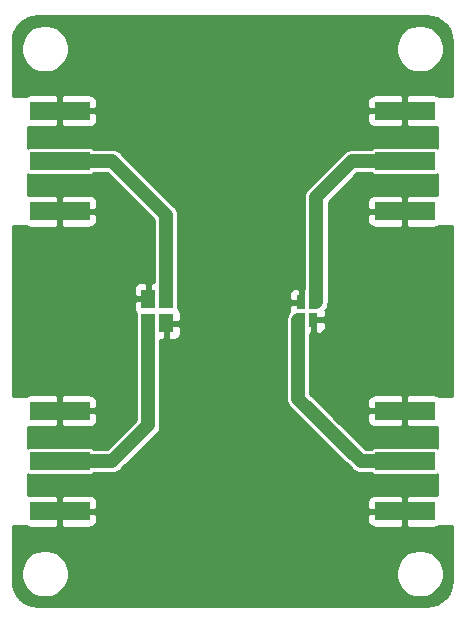
<source format=gbr>
G04 #@! TF.GenerationSoftware,KiCad,Pcbnew,(5.1.5)-3*
G04 #@! TF.CreationDate,2020-02-21T12:08:19+01:00*
G04 #@! TF.ProjectId,acmp_test_fixture,61636d70-5f74-4657-9374-5f6669787475,rev?*
G04 #@! TF.SameCoordinates,Original*
G04 #@! TF.FileFunction,Copper,L1,Top*
G04 #@! TF.FilePolarity,Positive*
%FSLAX46Y46*%
G04 Gerber Fmt 4.6, Leading zero omitted, Abs format (unit mm)*
G04 Created by KiCad (PCBNEW (5.1.5)-3) date 2020-02-21 12:08:19*
%MOMM*%
%LPD*%
G04 APERTURE LIST*
%ADD10R,5.080000X1.500000*%
%ADD11R,1.200000X1.600000*%
%ADD12R,0.800000X1.200000*%
%ADD13C,1.200000*%
%ADD14C,0.254000*%
G04 APERTURE END LIST*
D10*
X4445000Y38100000D03*
X4445000Y33850000D03*
X4445000Y42350000D03*
X33655000Y38100000D03*
X33655000Y42350000D03*
X33655000Y33850000D03*
X33655000Y12700000D03*
X33655000Y16950000D03*
X33655000Y8450000D03*
X4445000Y12700000D03*
X4445000Y8450000D03*
X4445000Y16950000D03*
D11*
X13450000Y24350000D03*
X11950000Y24350000D03*
X11950000Y26450000D03*
X13450000Y26450000D03*
D12*
X25925000Y24675000D03*
X24875000Y24675000D03*
X24875000Y26125000D03*
X25925000Y26125000D03*
D13*
X4445000Y38100000D02*
X8890000Y38100000D01*
X13450000Y33540000D02*
X13450000Y26450000D01*
X8890000Y38100000D02*
X13450000Y33540000D01*
X4445000Y12700000D02*
X8890000Y12700000D01*
X11950000Y15760000D02*
X11950000Y24350000D01*
X8890000Y12700000D02*
X11950000Y15760000D01*
X33655000Y12700000D02*
X29915000Y12700000D01*
X24624999Y17990001D02*
X24624999Y24624999D01*
X29915000Y12700000D02*
X24624999Y17990001D01*
X33655000Y38100000D02*
X29210000Y38100000D01*
X26175001Y35065001D02*
X26175001Y26175001D01*
X29210000Y38100000D02*
X26175001Y35065001D01*
D14*
G36*
X35965143Y50306108D02*
G01*
X36354853Y50188447D01*
X36714282Y49997335D01*
X37029750Y49740045D01*
X37289233Y49426384D01*
X37482851Y49068295D01*
X37603230Y48679413D01*
X37648000Y48253453D01*
X37648001Y43632000D01*
X36852205Y43632000D01*
X36830000Y43634187D01*
X36807795Y43632000D01*
X36741393Y43625460D01*
X36656190Y43599614D01*
X36614395Y43577274D01*
X36549494Y43630537D01*
X36439180Y43689502D01*
X36319482Y43725812D01*
X36195000Y43738072D01*
X33940750Y43735000D01*
X33782000Y43576250D01*
X33782000Y42477000D01*
X33802000Y42477000D01*
X33802000Y42223000D01*
X33782000Y42223000D01*
X33782000Y41123750D01*
X33940750Y40965000D01*
X36195000Y40961928D01*
X36319482Y40974188D01*
X36378000Y40991939D01*
X36378000Y39236354D01*
X36359196Y39246405D01*
X36278707Y39270822D01*
X36195000Y39279066D01*
X31115000Y39279066D01*
X31031293Y39270822D01*
X30950804Y39246405D01*
X30876624Y39206755D01*
X30811605Y39153395D01*
X30789943Y39127000D01*
X29260443Y39127000D01*
X29210000Y39131968D01*
X29159556Y39127000D01*
X29159549Y39127000D01*
X29026831Y39113928D01*
X29008672Y39112140D01*
X28949947Y39094326D01*
X28815083Y39053415D01*
X28636669Y38958051D01*
X28636667Y38958050D01*
X28636668Y38958050D01*
X28519475Y38861873D01*
X28519470Y38861868D01*
X28480288Y38829712D01*
X28448132Y38790530D01*
X25484482Y35826878D01*
X25445289Y35794713D01*
X25316950Y35638332D01*
X25221586Y35459917D01*
X25162861Y35266327D01*
X25148001Y35115451D01*
X25148001Y35115442D01*
X25143033Y35065001D01*
X25148001Y35014560D01*
X25148002Y27347252D01*
X25002000Y27201250D01*
X25002000Y26252000D01*
X25022000Y26252000D01*
X25022000Y25998000D01*
X25002000Y25998000D01*
X25002000Y25978000D01*
X24748000Y25978000D01*
X24748000Y25998000D01*
X23998750Y25998000D01*
X23840000Y25839250D01*
X23836928Y25525000D01*
X23849188Y25400518D01*
X23871775Y25326060D01*
X23766949Y25198330D01*
X23671585Y25019916D01*
X23612860Y24826326D01*
X23598000Y24675450D01*
X23597999Y18040442D01*
X23593031Y17990001D01*
X23597999Y17939560D01*
X23597999Y17939551D01*
X23612859Y17788675D01*
X23671584Y17595085D01*
X23766948Y17416670D01*
X23895287Y17260289D01*
X23934480Y17228124D01*
X29153128Y12009475D01*
X29185288Y11970288D01*
X29341669Y11841949D01*
X29520083Y11746585D01*
X29713673Y11687860D01*
X29864549Y11673000D01*
X29864558Y11673000D01*
X29914999Y11668032D01*
X29965440Y11673000D01*
X30789943Y11673000D01*
X30811605Y11646605D01*
X30876624Y11593245D01*
X30950804Y11553595D01*
X31031293Y11529178D01*
X31115000Y11520934D01*
X36195000Y11520934D01*
X36278707Y11529178D01*
X36359196Y11553595D01*
X36378001Y11563646D01*
X36378001Y9808061D01*
X36319482Y9825812D01*
X36195000Y9838072D01*
X33940750Y9835000D01*
X33782000Y9676250D01*
X33782000Y8577000D01*
X33802000Y8577000D01*
X33802000Y8323000D01*
X33782000Y8323000D01*
X33782000Y7223750D01*
X33940750Y7065000D01*
X36195000Y7061928D01*
X36319482Y7074188D01*
X36439180Y7110498D01*
X36549494Y7169463D01*
X36614395Y7222726D01*
X36656190Y7200386D01*
X36741393Y7174540D01*
X36807795Y7168000D01*
X36830000Y7165813D01*
X36852205Y7168000D01*
X37648000Y7168000D01*
X37648001Y2562119D01*
X37606107Y2134857D01*
X37488450Y1745155D01*
X37297336Y1385721D01*
X37040045Y1070250D01*
X36726384Y810767D01*
X36368295Y617149D01*
X35979414Y496770D01*
X35553453Y452000D01*
X2562109Y452000D01*
X2134857Y493893D01*
X1745155Y611550D01*
X1385721Y802664D01*
X1070250Y1059955D01*
X810767Y1373616D01*
X617149Y1731705D01*
X496770Y2120586D01*
X452000Y2546547D01*
X452000Y3374642D01*
X1148000Y3374642D01*
X1148000Y2975358D01*
X1225896Y2583746D01*
X1378696Y2214855D01*
X1600526Y1882863D01*
X1882863Y1600526D01*
X2214855Y1378696D01*
X2583746Y1225896D01*
X2975358Y1148000D01*
X3374642Y1148000D01*
X3766254Y1225896D01*
X4135145Y1378696D01*
X4467137Y1600526D01*
X4749474Y1882863D01*
X4971304Y2214855D01*
X5124104Y2583746D01*
X5202000Y2975358D01*
X5202000Y3374642D01*
X32898000Y3374642D01*
X32898000Y2975358D01*
X32975896Y2583746D01*
X33128696Y2214855D01*
X33350526Y1882863D01*
X33632863Y1600526D01*
X33964855Y1378696D01*
X34333746Y1225896D01*
X34725358Y1148000D01*
X35124642Y1148000D01*
X35516254Y1225896D01*
X35885145Y1378696D01*
X36217137Y1600526D01*
X36499474Y1882863D01*
X36721304Y2214855D01*
X36874104Y2583746D01*
X36952000Y2975358D01*
X36952000Y3374642D01*
X36874104Y3766254D01*
X36721304Y4135145D01*
X36499474Y4467137D01*
X36217137Y4749474D01*
X35885145Y4971304D01*
X35516254Y5124104D01*
X35124642Y5202000D01*
X34725358Y5202000D01*
X34333746Y5124104D01*
X33964855Y4971304D01*
X33632863Y4749474D01*
X33350526Y4467137D01*
X33128696Y4135145D01*
X32975896Y3766254D01*
X32898000Y3374642D01*
X5202000Y3374642D01*
X5124104Y3766254D01*
X4971304Y4135145D01*
X4749474Y4467137D01*
X4467137Y4749474D01*
X4135145Y4971304D01*
X3766254Y5124104D01*
X3374642Y5202000D01*
X2975358Y5202000D01*
X2583746Y5124104D01*
X2214855Y4971304D01*
X1882863Y4749474D01*
X1600526Y4467137D01*
X1378696Y4135145D01*
X1225896Y3766254D01*
X1148000Y3374642D01*
X452000Y3374642D01*
X452000Y7168000D01*
X1247795Y7168000D01*
X1270000Y7165813D01*
X1292205Y7168000D01*
X1358607Y7174540D01*
X1443810Y7200386D01*
X1485605Y7222726D01*
X1550506Y7169463D01*
X1660820Y7110498D01*
X1780518Y7074188D01*
X1905000Y7061928D01*
X4159250Y7065000D01*
X4318000Y7223750D01*
X4318000Y8323000D01*
X4572000Y8323000D01*
X4572000Y7223750D01*
X4730750Y7065000D01*
X6985000Y7061928D01*
X7109482Y7074188D01*
X7229180Y7110498D01*
X7339494Y7169463D01*
X7436185Y7248815D01*
X7515537Y7345506D01*
X7574502Y7455820D01*
X7610812Y7575518D01*
X7623072Y7700000D01*
X30476928Y7700000D01*
X30489188Y7575518D01*
X30525498Y7455820D01*
X30584463Y7345506D01*
X30663815Y7248815D01*
X30760506Y7169463D01*
X30870820Y7110498D01*
X30990518Y7074188D01*
X31115000Y7061928D01*
X33369250Y7065000D01*
X33528000Y7223750D01*
X33528000Y8323000D01*
X30638750Y8323000D01*
X30480000Y8164250D01*
X30476928Y7700000D01*
X7623072Y7700000D01*
X7620000Y8164250D01*
X7461250Y8323000D01*
X4572000Y8323000D01*
X4318000Y8323000D01*
X4298000Y8323000D01*
X4298000Y8577000D01*
X4318000Y8577000D01*
X4318000Y9676250D01*
X4572000Y9676250D01*
X4572000Y8577000D01*
X7461250Y8577000D01*
X7620000Y8735750D01*
X7623072Y9200000D01*
X30476928Y9200000D01*
X30480000Y8735750D01*
X30638750Y8577000D01*
X33528000Y8577000D01*
X33528000Y9676250D01*
X33369250Y9835000D01*
X31115000Y9838072D01*
X30990518Y9825812D01*
X30870820Y9789502D01*
X30760506Y9730537D01*
X30663815Y9651185D01*
X30584463Y9554494D01*
X30525498Y9444180D01*
X30489188Y9324482D01*
X30476928Y9200000D01*
X7623072Y9200000D01*
X7610812Y9324482D01*
X7574502Y9444180D01*
X7515537Y9554494D01*
X7436185Y9651185D01*
X7339494Y9730537D01*
X7229180Y9789502D01*
X7109482Y9825812D01*
X6985000Y9838072D01*
X4730750Y9835000D01*
X4572000Y9676250D01*
X4318000Y9676250D01*
X4159250Y9835000D01*
X1905000Y9838072D01*
X1780518Y9825812D01*
X1722000Y9808061D01*
X1722000Y11563646D01*
X1740804Y11553595D01*
X1821293Y11529178D01*
X1905000Y11520934D01*
X6985000Y11520934D01*
X7068707Y11529178D01*
X7149196Y11553595D01*
X7223376Y11593245D01*
X7288395Y11646605D01*
X7310057Y11673000D01*
X8839559Y11673000D01*
X8890000Y11668032D01*
X8940441Y11673000D01*
X8940451Y11673000D01*
X9091327Y11687860D01*
X9284917Y11746585D01*
X9463331Y11841949D01*
X9619712Y11970288D01*
X9651877Y12009481D01*
X12640530Y14998132D01*
X12679712Y15030288D01*
X12711868Y15069470D01*
X12711873Y15069475D01*
X12808051Y15186668D01*
X12903415Y15365082D01*
X12962140Y15558672D01*
X12967244Y15610498D01*
X12977000Y15709549D01*
X12977000Y15709556D01*
X12981968Y15760000D01*
X12977000Y15810443D01*
X12977000Y22913170D01*
X13164250Y22915000D01*
X13323000Y23073750D01*
X13323000Y24223000D01*
X13577000Y24223000D01*
X13577000Y23073750D01*
X13735750Y22915000D01*
X14050000Y22911928D01*
X14174482Y22924188D01*
X14294180Y22960498D01*
X14404494Y23019463D01*
X14501185Y23098815D01*
X14580537Y23195506D01*
X14639502Y23305820D01*
X14675812Y23425518D01*
X14688072Y23550000D01*
X14685000Y24064250D01*
X14526250Y24223000D01*
X13577000Y24223000D01*
X13323000Y24223000D01*
X13303000Y24223000D01*
X13303000Y24477000D01*
X13323000Y24477000D01*
X13323000Y24497000D01*
X13577000Y24497000D01*
X13577000Y24477000D01*
X14526250Y24477000D01*
X14685000Y24635750D01*
X14688072Y25150000D01*
X14675812Y25274482D01*
X14639502Y25394180D01*
X14580537Y25504494D01*
X14501185Y25601185D01*
X14476272Y25621631D01*
X14479066Y25650000D01*
X14479066Y26725000D01*
X23836928Y26725000D01*
X23840000Y26410750D01*
X23998750Y26252000D01*
X24748000Y26252000D01*
X24748000Y27201250D01*
X24589250Y27360000D01*
X24475000Y27363072D01*
X24350518Y27350812D01*
X24230820Y27314502D01*
X24120506Y27255537D01*
X24023815Y27176185D01*
X23944463Y27079494D01*
X23885498Y26969180D01*
X23849188Y26849482D01*
X23836928Y26725000D01*
X14479066Y26725000D01*
X14479066Y27250000D01*
X14477000Y27270978D01*
X14477000Y33489557D01*
X14481968Y33540000D01*
X14477000Y33590444D01*
X14477000Y33590451D01*
X14462140Y33741327D01*
X14403415Y33934917D01*
X14308051Y34113331D01*
X14289652Y34135750D01*
X14211873Y34230525D01*
X14211868Y34230530D01*
X14179712Y34269712D01*
X14140530Y34301868D01*
X9651877Y38790519D01*
X9619712Y38829712D01*
X9463331Y38958051D01*
X9284917Y39053415D01*
X9091327Y39112140D01*
X8940451Y39127000D01*
X8940441Y39127000D01*
X8890000Y39131968D01*
X8839559Y39127000D01*
X7310057Y39127000D01*
X7288395Y39153395D01*
X7223376Y39206755D01*
X7149196Y39246405D01*
X7068707Y39270822D01*
X6985000Y39279066D01*
X1905000Y39279066D01*
X1821293Y39270822D01*
X1740804Y39246405D01*
X1722000Y39236354D01*
X1722000Y40991939D01*
X1780518Y40974188D01*
X1905000Y40961928D01*
X4159250Y40965000D01*
X4318000Y41123750D01*
X4318000Y42223000D01*
X4572000Y42223000D01*
X4572000Y41123750D01*
X4730750Y40965000D01*
X6985000Y40961928D01*
X7109482Y40974188D01*
X7229180Y41010498D01*
X7339494Y41069463D01*
X7436185Y41148815D01*
X7515537Y41245506D01*
X7574502Y41355820D01*
X7610812Y41475518D01*
X7623072Y41600000D01*
X30476928Y41600000D01*
X30489188Y41475518D01*
X30525498Y41355820D01*
X30584463Y41245506D01*
X30663815Y41148815D01*
X30760506Y41069463D01*
X30870820Y41010498D01*
X30990518Y40974188D01*
X31115000Y40961928D01*
X33369250Y40965000D01*
X33528000Y41123750D01*
X33528000Y42223000D01*
X30638750Y42223000D01*
X30480000Y42064250D01*
X30476928Y41600000D01*
X7623072Y41600000D01*
X7620000Y42064250D01*
X7461250Y42223000D01*
X4572000Y42223000D01*
X4318000Y42223000D01*
X4298000Y42223000D01*
X4298000Y42477000D01*
X4318000Y42477000D01*
X4318000Y43576250D01*
X4572000Y43576250D01*
X4572000Y42477000D01*
X7461250Y42477000D01*
X7620000Y42635750D01*
X7623072Y43100000D01*
X30476928Y43100000D01*
X30480000Y42635750D01*
X30638750Y42477000D01*
X33528000Y42477000D01*
X33528000Y43576250D01*
X33369250Y43735000D01*
X31115000Y43738072D01*
X30990518Y43725812D01*
X30870820Y43689502D01*
X30760506Y43630537D01*
X30663815Y43551185D01*
X30584463Y43454494D01*
X30525498Y43344180D01*
X30489188Y43224482D01*
X30476928Y43100000D01*
X7623072Y43100000D01*
X7610812Y43224482D01*
X7574502Y43344180D01*
X7515537Y43454494D01*
X7436185Y43551185D01*
X7339494Y43630537D01*
X7229180Y43689502D01*
X7109482Y43725812D01*
X6985000Y43738072D01*
X4730750Y43735000D01*
X4572000Y43576250D01*
X4318000Y43576250D01*
X4159250Y43735000D01*
X1905000Y43738072D01*
X1780518Y43725812D01*
X1660820Y43689502D01*
X1550506Y43630537D01*
X1485605Y43577274D01*
X1443810Y43599614D01*
X1358607Y43625460D01*
X1292205Y43632000D01*
X1270000Y43634187D01*
X1247795Y43632000D01*
X452000Y43632000D01*
X452000Y47824642D01*
X1148000Y47824642D01*
X1148000Y47425358D01*
X1225896Y47033746D01*
X1378696Y46664855D01*
X1600526Y46332863D01*
X1882863Y46050526D01*
X2214855Y45828696D01*
X2583746Y45675896D01*
X2975358Y45598000D01*
X3374642Y45598000D01*
X3766254Y45675896D01*
X4135145Y45828696D01*
X4467137Y46050526D01*
X4749474Y46332863D01*
X4971304Y46664855D01*
X5124104Y47033746D01*
X5202000Y47425358D01*
X5202000Y47824642D01*
X32898000Y47824642D01*
X32898000Y47425358D01*
X32975896Y47033746D01*
X33128696Y46664855D01*
X33350526Y46332863D01*
X33632863Y46050526D01*
X33964855Y45828696D01*
X34333746Y45675896D01*
X34725358Y45598000D01*
X35124642Y45598000D01*
X35516254Y45675896D01*
X35885145Y45828696D01*
X36217137Y46050526D01*
X36499474Y46332863D01*
X36721304Y46664855D01*
X36874104Y47033746D01*
X36952000Y47425358D01*
X36952000Y47824642D01*
X36874104Y48216254D01*
X36721304Y48585145D01*
X36499474Y48917137D01*
X36217137Y49199474D01*
X35885145Y49421304D01*
X35516254Y49574104D01*
X35124642Y49652000D01*
X34725358Y49652000D01*
X34333746Y49574104D01*
X33964855Y49421304D01*
X33632863Y49199474D01*
X33350526Y48917137D01*
X33128696Y48585145D01*
X32975896Y48216254D01*
X32898000Y47824642D01*
X5202000Y47824642D01*
X5124104Y48216254D01*
X4971304Y48585145D01*
X4749474Y48917137D01*
X4467137Y49199474D01*
X4135145Y49421304D01*
X3766254Y49574104D01*
X3374642Y49652000D01*
X2975358Y49652000D01*
X2583746Y49574104D01*
X2214855Y49421304D01*
X1882863Y49199474D01*
X1600526Y48917137D01*
X1378696Y48585145D01*
X1225896Y48216254D01*
X1148000Y47824642D01*
X452000Y47824642D01*
X452000Y48237891D01*
X493892Y48665143D01*
X611553Y49054853D01*
X802665Y49414282D01*
X1059955Y49729750D01*
X1373616Y49989233D01*
X1731705Y50182851D01*
X2120587Y50303230D01*
X2546547Y50348000D01*
X35537891Y50348000D01*
X35965143Y50306108D01*
G37*
X35965143Y50306108D02*
X36354853Y50188447D01*
X36714282Y49997335D01*
X37029750Y49740045D01*
X37289233Y49426384D01*
X37482851Y49068295D01*
X37603230Y48679413D01*
X37648000Y48253453D01*
X37648001Y43632000D01*
X36852205Y43632000D01*
X36830000Y43634187D01*
X36807795Y43632000D01*
X36741393Y43625460D01*
X36656190Y43599614D01*
X36614395Y43577274D01*
X36549494Y43630537D01*
X36439180Y43689502D01*
X36319482Y43725812D01*
X36195000Y43738072D01*
X33940750Y43735000D01*
X33782000Y43576250D01*
X33782000Y42477000D01*
X33802000Y42477000D01*
X33802000Y42223000D01*
X33782000Y42223000D01*
X33782000Y41123750D01*
X33940750Y40965000D01*
X36195000Y40961928D01*
X36319482Y40974188D01*
X36378000Y40991939D01*
X36378000Y39236354D01*
X36359196Y39246405D01*
X36278707Y39270822D01*
X36195000Y39279066D01*
X31115000Y39279066D01*
X31031293Y39270822D01*
X30950804Y39246405D01*
X30876624Y39206755D01*
X30811605Y39153395D01*
X30789943Y39127000D01*
X29260443Y39127000D01*
X29210000Y39131968D01*
X29159556Y39127000D01*
X29159549Y39127000D01*
X29026831Y39113928D01*
X29008672Y39112140D01*
X28949947Y39094326D01*
X28815083Y39053415D01*
X28636669Y38958051D01*
X28636667Y38958050D01*
X28636668Y38958050D01*
X28519475Y38861873D01*
X28519470Y38861868D01*
X28480288Y38829712D01*
X28448132Y38790530D01*
X25484482Y35826878D01*
X25445289Y35794713D01*
X25316950Y35638332D01*
X25221586Y35459917D01*
X25162861Y35266327D01*
X25148001Y35115451D01*
X25148001Y35115442D01*
X25143033Y35065001D01*
X25148001Y35014560D01*
X25148002Y27347252D01*
X25002000Y27201250D01*
X25002000Y26252000D01*
X25022000Y26252000D01*
X25022000Y25998000D01*
X25002000Y25998000D01*
X25002000Y25978000D01*
X24748000Y25978000D01*
X24748000Y25998000D01*
X23998750Y25998000D01*
X23840000Y25839250D01*
X23836928Y25525000D01*
X23849188Y25400518D01*
X23871775Y25326060D01*
X23766949Y25198330D01*
X23671585Y25019916D01*
X23612860Y24826326D01*
X23598000Y24675450D01*
X23597999Y18040442D01*
X23593031Y17990001D01*
X23597999Y17939560D01*
X23597999Y17939551D01*
X23612859Y17788675D01*
X23671584Y17595085D01*
X23766948Y17416670D01*
X23895287Y17260289D01*
X23934480Y17228124D01*
X29153128Y12009475D01*
X29185288Y11970288D01*
X29341669Y11841949D01*
X29520083Y11746585D01*
X29713673Y11687860D01*
X29864549Y11673000D01*
X29864558Y11673000D01*
X29914999Y11668032D01*
X29965440Y11673000D01*
X30789943Y11673000D01*
X30811605Y11646605D01*
X30876624Y11593245D01*
X30950804Y11553595D01*
X31031293Y11529178D01*
X31115000Y11520934D01*
X36195000Y11520934D01*
X36278707Y11529178D01*
X36359196Y11553595D01*
X36378001Y11563646D01*
X36378001Y9808061D01*
X36319482Y9825812D01*
X36195000Y9838072D01*
X33940750Y9835000D01*
X33782000Y9676250D01*
X33782000Y8577000D01*
X33802000Y8577000D01*
X33802000Y8323000D01*
X33782000Y8323000D01*
X33782000Y7223750D01*
X33940750Y7065000D01*
X36195000Y7061928D01*
X36319482Y7074188D01*
X36439180Y7110498D01*
X36549494Y7169463D01*
X36614395Y7222726D01*
X36656190Y7200386D01*
X36741393Y7174540D01*
X36807795Y7168000D01*
X36830000Y7165813D01*
X36852205Y7168000D01*
X37648000Y7168000D01*
X37648001Y2562119D01*
X37606107Y2134857D01*
X37488450Y1745155D01*
X37297336Y1385721D01*
X37040045Y1070250D01*
X36726384Y810767D01*
X36368295Y617149D01*
X35979414Y496770D01*
X35553453Y452000D01*
X2562109Y452000D01*
X2134857Y493893D01*
X1745155Y611550D01*
X1385721Y802664D01*
X1070250Y1059955D01*
X810767Y1373616D01*
X617149Y1731705D01*
X496770Y2120586D01*
X452000Y2546547D01*
X452000Y3374642D01*
X1148000Y3374642D01*
X1148000Y2975358D01*
X1225896Y2583746D01*
X1378696Y2214855D01*
X1600526Y1882863D01*
X1882863Y1600526D01*
X2214855Y1378696D01*
X2583746Y1225896D01*
X2975358Y1148000D01*
X3374642Y1148000D01*
X3766254Y1225896D01*
X4135145Y1378696D01*
X4467137Y1600526D01*
X4749474Y1882863D01*
X4971304Y2214855D01*
X5124104Y2583746D01*
X5202000Y2975358D01*
X5202000Y3374642D01*
X32898000Y3374642D01*
X32898000Y2975358D01*
X32975896Y2583746D01*
X33128696Y2214855D01*
X33350526Y1882863D01*
X33632863Y1600526D01*
X33964855Y1378696D01*
X34333746Y1225896D01*
X34725358Y1148000D01*
X35124642Y1148000D01*
X35516254Y1225896D01*
X35885145Y1378696D01*
X36217137Y1600526D01*
X36499474Y1882863D01*
X36721304Y2214855D01*
X36874104Y2583746D01*
X36952000Y2975358D01*
X36952000Y3374642D01*
X36874104Y3766254D01*
X36721304Y4135145D01*
X36499474Y4467137D01*
X36217137Y4749474D01*
X35885145Y4971304D01*
X35516254Y5124104D01*
X35124642Y5202000D01*
X34725358Y5202000D01*
X34333746Y5124104D01*
X33964855Y4971304D01*
X33632863Y4749474D01*
X33350526Y4467137D01*
X33128696Y4135145D01*
X32975896Y3766254D01*
X32898000Y3374642D01*
X5202000Y3374642D01*
X5124104Y3766254D01*
X4971304Y4135145D01*
X4749474Y4467137D01*
X4467137Y4749474D01*
X4135145Y4971304D01*
X3766254Y5124104D01*
X3374642Y5202000D01*
X2975358Y5202000D01*
X2583746Y5124104D01*
X2214855Y4971304D01*
X1882863Y4749474D01*
X1600526Y4467137D01*
X1378696Y4135145D01*
X1225896Y3766254D01*
X1148000Y3374642D01*
X452000Y3374642D01*
X452000Y7168000D01*
X1247795Y7168000D01*
X1270000Y7165813D01*
X1292205Y7168000D01*
X1358607Y7174540D01*
X1443810Y7200386D01*
X1485605Y7222726D01*
X1550506Y7169463D01*
X1660820Y7110498D01*
X1780518Y7074188D01*
X1905000Y7061928D01*
X4159250Y7065000D01*
X4318000Y7223750D01*
X4318000Y8323000D01*
X4572000Y8323000D01*
X4572000Y7223750D01*
X4730750Y7065000D01*
X6985000Y7061928D01*
X7109482Y7074188D01*
X7229180Y7110498D01*
X7339494Y7169463D01*
X7436185Y7248815D01*
X7515537Y7345506D01*
X7574502Y7455820D01*
X7610812Y7575518D01*
X7623072Y7700000D01*
X30476928Y7700000D01*
X30489188Y7575518D01*
X30525498Y7455820D01*
X30584463Y7345506D01*
X30663815Y7248815D01*
X30760506Y7169463D01*
X30870820Y7110498D01*
X30990518Y7074188D01*
X31115000Y7061928D01*
X33369250Y7065000D01*
X33528000Y7223750D01*
X33528000Y8323000D01*
X30638750Y8323000D01*
X30480000Y8164250D01*
X30476928Y7700000D01*
X7623072Y7700000D01*
X7620000Y8164250D01*
X7461250Y8323000D01*
X4572000Y8323000D01*
X4318000Y8323000D01*
X4298000Y8323000D01*
X4298000Y8577000D01*
X4318000Y8577000D01*
X4318000Y9676250D01*
X4572000Y9676250D01*
X4572000Y8577000D01*
X7461250Y8577000D01*
X7620000Y8735750D01*
X7623072Y9200000D01*
X30476928Y9200000D01*
X30480000Y8735750D01*
X30638750Y8577000D01*
X33528000Y8577000D01*
X33528000Y9676250D01*
X33369250Y9835000D01*
X31115000Y9838072D01*
X30990518Y9825812D01*
X30870820Y9789502D01*
X30760506Y9730537D01*
X30663815Y9651185D01*
X30584463Y9554494D01*
X30525498Y9444180D01*
X30489188Y9324482D01*
X30476928Y9200000D01*
X7623072Y9200000D01*
X7610812Y9324482D01*
X7574502Y9444180D01*
X7515537Y9554494D01*
X7436185Y9651185D01*
X7339494Y9730537D01*
X7229180Y9789502D01*
X7109482Y9825812D01*
X6985000Y9838072D01*
X4730750Y9835000D01*
X4572000Y9676250D01*
X4318000Y9676250D01*
X4159250Y9835000D01*
X1905000Y9838072D01*
X1780518Y9825812D01*
X1722000Y9808061D01*
X1722000Y11563646D01*
X1740804Y11553595D01*
X1821293Y11529178D01*
X1905000Y11520934D01*
X6985000Y11520934D01*
X7068707Y11529178D01*
X7149196Y11553595D01*
X7223376Y11593245D01*
X7288395Y11646605D01*
X7310057Y11673000D01*
X8839559Y11673000D01*
X8890000Y11668032D01*
X8940441Y11673000D01*
X8940451Y11673000D01*
X9091327Y11687860D01*
X9284917Y11746585D01*
X9463331Y11841949D01*
X9619712Y11970288D01*
X9651877Y12009481D01*
X12640530Y14998132D01*
X12679712Y15030288D01*
X12711868Y15069470D01*
X12711873Y15069475D01*
X12808051Y15186668D01*
X12903415Y15365082D01*
X12962140Y15558672D01*
X12967244Y15610498D01*
X12977000Y15709549D01*
X12977000Y15709556D01*
X12981968Y15760000D01*
X12977000Y15810443D01*
X12977000Y22913170D01*
X13164250Y22915000D01*
X13323000Y23073750D01*
X13323000Y24223000D01*
X13577000Y24223000D01*
X13577000Y23073750D01*
X13735750Y22915000D01*
X14050000Y22911928D01*
X14174482Y22924188D01*
X14294180Y22960498D01*
X14404494Y23019463D01*
X14501185Y23098815D01*
X14580537Y23195506D01*
X14639502Y23305820D01*
X14675812Y23425518D01*
X14688072Y23550000D01*
X14685000Y24064250D01*
X14526250Y24223000D01*
X13577000Y24223000D01*
X13323000Y24223000D01*
X13303000Y24223000D01*
X13303000Y24477000D01*
X13323000Y24477000D01*
X13323000Y24497000D01*
X13577000Y24497000D01*
X13577000Y24477000D01*
X14526250Y24477000D01*
X14685000Y24635750D01*
X14688072Y25150000D01*
X14675812Y25274482D01*
X14639502Y25394180D01*
X14580537Y25504494D01*
X14501185Y25601185D01*
X14476272Y25621631D01*
X14479066Y25650000D01*
X14479066Y26725000D01*
X23836928Y26725000D01*
X23840000Y26410750D01*
X23998750Y26252000D01*
X24748000Y26252000D01*
X24748000Y27201250D01*
X24589250Y27360000D01*
X24475000Y27363072D01*
X24350518Y27350812D01*
X24230820Y27314502D01*
X24120506Y27255537D01*
X24023815Y27176185D01*
X23944463Y27079494D01*
X23885498Y26969180D01*
X23849188Y26849482D01*
X23836928Y26725000D01*
X14479066Y26725000D01*
X14479066Y27250000D01*
X14477000Y27270978D01*
X14477000Y33489557D01*
X14481968Y33540000D01*
X14477000Y33590444D01*
X14477000Y33590451D01*
X14462140Y33741327D01*
X14403415Y33934917D01*
X14308051Y34113331D01*
X14289652Y34135750D01*
X14211873Y34230525D01*
X14211868Y34230530D01*
X14179712Y34269712D01*
X14140530Y34301868D01*
X9651877Y38790519D01*
X9619712Y38829712D01*
X9463331Y38958051D01*
X9284917Y39053415D01*
X9091327Y39112140D01*
X8940451Y39127000D01*
X8940441Y39127000D01*
X8890000Y39131968D01*
X8839559Y39127000D01*
X7310057Y39127000D01*
X7288395Y39153395D01*
X7223376Y39206755D01*
X7149196Y39246405D01*
X7068707Y39270822D01*
X6985000Y39279066D01*
X1905000Y39279066D01*
X1821293Y39270822D01*
X1740804Y39246405D01*
X1722000Y39236354D01*
X1722000Y40991939D01*
X1780518Y40974188D01*
X1905000Y40961928D01*
X4159250Y40965000D01*
X4318000Y41123750D01*
X4318000Y42223000D01*
X4572000Y42223000D01*
X4572000Y41123750D01*
X4730750Y40965000D01*
X6985000Y40961928D01*
X7109482Y40974188D01*
X7229180Y41010498D01*
X7339494Y41069463D01*
X7436185Y41148815D01*
X7515537Y41245506D01*
X7574502Y41355820D01*
X7610812Y41475518D01*
X7623072Y41600000D01*
X30476928Y41600000D01*
X30489188Y41475518D01*
X30525498Y41355820D01*
X30584463Y41245506D01*
X30663815Y41148815D01*
X30760506Y41069463D01*
X30870820Y41010498D01*
X30990518Y40974188D01*
X31115000Y40961928D01*
X33369250Y40965000D01*
X33528000Y41123750D01*
X33528000Y42223000D01*
X30638750Y42223000D01*
X30480000Y42064250D01*
X30476928Y41600000D01*
X7623072Y41600000D01*
X7620000Y42064250D01*
X7461250Y42223000D01*
X4572000Y42223000D01*
X4318000Y42223000D01*
X4298000Y42223000D01*
X4298000Y42477000D01*
X4318000Y42477000D01*
X4318000Y43576250D01*
X4572000Y43576250D01*
X4572000Y42477000D01*
X7461250Y42477000D01*
X7620000Y42635750D01*
X7623072Y43100000D01*
X30476928Y43100000D01*
X30480000Y42635750D01*
X30638750Y42477000D01*
X33528000Y42477000D01*
X33528000Y43576250D01*
X33369250Y43735000D01*
X31115000Y43738072D01*
X30990518Y43725812D01*
X30870820Y43689502D01*
X30760506Y43630537D01*
X30663815Y43551185D01*
X30584463Y43454494D01*
X30525498Y43344180D01*
X30489188Y43224482D01*
X30476928Y43100000D01*
X7623072Y43100000D01*
X7610812Y43224482D01*
X7574502Y43344180D01*
X7515537Y43454494D01*
X7436185Y43551185D01*
X7339494Y43630537D01*
X7229180Y43689502D01*
X7109482Y43725812D01*
X6985000Y43738072D01*
X4730750Y43735000D01*
X4572000Y43576250D01*
X4318000Y43576250D01*
X4159250Y43735000D01*
X1905000Y43738072D01*
X1780518Y43725812D01*
X1660820Y43689502D01*
X1550506Y43630537D01*
X1485605Y43577274D01*
X1443810Y43599614D01*
X1358607Y43625460D01*
X1292205Y43632000D01*
X1270000Y43634187D01*
X1247795Y43632000D01*
X452000Y43632000D01*
X452000Y47824642D01*
X1148000Y47824642D01*
X1148000Y47425358D01*
X1225896Y47033746D01*
X1378696Y46664855D01*
X1600526Y46332863D01*
X1882863Y46050526D01*
X2214855Y45828696D01*
X2583746Y45675896D01*
X2975358Y45598000D01*
X3374642Y45598000D01*
X3766254Y45675896D01*
X4135145Y45828696D01*
X4467137Y46050526D01*
X4749474Y46332863D01*
X4971304Y46664855D01*
X5124104Y47033746D01*
X5202000Y47425358D01*
X5202000Y47824642D01*
X32898000Y47824642D01*
X32898000Y47425358D01*
X32975896Y47033746D01*
X33128696Y46664855D01*
X33350526Y46332863D01*
X33632863Y46050526D01*
X33964855Y45828696D01*
X34333746Y45675896D01*
X34725358Y45598000D01*
X35124642Y45598000D01*
X35516254Y45675896D01*
X35885145Y45828696D01*
X36217137Y46050526D01*
X36499474Y46332863D01*
X36721304Y46664855D01*
X36874104Y47033746D01*
X36952000Y47425358D01*
X36952000Y47824642D01*
X36874104Y48216254D01*
X36721304Y48585145D01*
X36499474Y48917137D01*
X36217137Y49199474D01*
X35885145Y49421304D01*
X35516254Y49574104D01*
X35124642Y49652000D01*
X34725358Y49652000D01*
X34333746Y49574104D01*
X33964855Y49421304D01*
X33632863Y49199474D01*
X33350526Y48917137D01*
X33128696Y48585145D01*
X32975896Y48216254D01*
X32898000Y47824642D01*
X5202000Y47824642D01*
X5124104Y48216254D01*
X4971304Y48585145D01*
X4749474Y48917137D01*
X4467137Y49199474D01*
X4135145Y49421304D01*
X3766254Y49574104D01*
X3374642Y49652000D01*
X2975358Y49652000D01*
X2583746Y49574104D01*
X2214855Y49421304D01*
X1882863Y49199474D01*
X1600526Y48917137D01*
X1378696Y48585145D01*
X1225896Y48216254D01*
X1148000Y47824642D01*
X452000Y47824642D01*
X452000Y48237891D01*
X493892Y48665143D01*
X611553Y49054853D01*
X802665Y49414282D01*
X1059955Y49729750D01*
X1373616Y49989233D01*
X1731705Y50182851D01*
X2120587Y50303230D01*
X2546547Y50348000D01*
X35537891Y50348000D01*
X35965143Y50306108D01*
G36*
X30811605Y37046605D02*
G01*
X30876624Y36993245D01*
X30950804Y36953595D01*
X31031293Y36929178D01*
X31115000Y36920934D01*
X36195000Y36920934D01*
X36278707Y36929178D01*
X36359196Y36953595D01*
X36378001Y36963646D01*
X36378001Y35208061D01*
X36319482Y35225812D01*
X36195000Y35238072D01*
X33940750Y35235000D01*
X33782000Y35076250D01*
X33782000Y33977000D01*
X33802000Y33977000D01*
X33802000Y33723000D01*
X33782000Y33723000D01*
X33782000Y32623750D01*
X33940750Y32465000D01*
X36195000Y32461928D01*
X36319482Y32474188D01*
X36439180Y32510498D01*
X36549494Y32569463D01*
X36614395Y32622726D01*
X36656190Y32600386D01*
X36741393Y32574540D01*
X36807795Y32568000D01*
X36830000Y32565813D01*
X36852205Y32568000D01*
X37648000Y32568000D01*
X37648001Y18232000D01*
X36852205Y18232000D01*
X36830000Y18234187D01*
X36807795Y18232000D01*
X36741393Y18225460D01*
X36656190Y18199614D01*
X36614395Y18177274D01*
X36549494Y18230537D01*
X36439180Y18289502D01*
X36319482Y18325812D01*
X36195000Y18338072D01*
X33940750Y18335000D01*
X33782000Y18176250D01*
X33782000Y17077000D01*
X33802000Y17077000D01*
X33802000Y16823000D01*
X33782000Y16823000D01*
X33782000Y15723750D01*
X33940750Y15565000D01*
X36195000Y15561928D01*
X36319482Y15574188D01*
X36378000Y15591939D01*
X36378000Y13836354D01*
X36359196Y13846405D01*
X36278707Y13870822D01*
X36195000Y13879066D01*
X31115000Y13879066D01*
X31031293Y13870822D01*
X30950804Y13846405D01*
X30876624Y13806755D01*
X30811605Y13753395D01*
X30789943Y13727000D01*
X30340397Y13727000D01*
X27867397Y16200000D01*
X30476928Y16200000D01*
X30489188Y16075518D01*
X30525498Y15955820D01*
X30584463Y15845506D01*
X30663815Y15748815D01*
X30760506Y15669463D01*
X30870820Y15610498D01*
X30990518Y15574188D01*
X31115000Y15561928D01*
X33369250Y15565000D01*
X33528000Y15723750D01*
X33528000Y16823000D01*
X30638750Y16823000D01*
X30480000Y16664250D01*
X30476928Y16200000D01*
X27867397Y16200000D01*
X26367397Y17700000D01*
X30476928Y17700000D01*
X30480000Y17235750D01*
X30638750Y17077000D01*
X33528000Y17077000D01*
X33528000Y18176250D01*
X33369250Y18335000D01*
X31115000Y18338072D01*
X30990518Y18325812D01*
X30870820Y18289502D01*
X30760506Y18230537D01*
X30663815Y18151185D01*
X30584463Y18054494D01*
X30525498Y17944180D01*
X30489188Y17824482D01*
X30476928Y17700000D01*
X26367397Y17700000D01*
X25651999Y18415397D01*
X25651999Y23452749D01*
X25798000Y23598750D01*
X25798000Y24548000D01*
X26052000Y24548000D01*
X26052000Y23598750D01*
X26210750Y23440000D01*
X26325000Y23436928D01*
X26449482Y23449188D01*
X26569180Y23485498D01*
X26679494Y23544463D01*
X26776185Y23623815D01*
X26855537Y23720506D01*
X26914502Y23830820D01*
X26950812Y23950518D01*
X26963072Y24075000D01*
X26960000Y24389250D01*
X26801250Y24548000D01*
X26052000Y24548000D01*
X25798000Y24548000D01*
X25778000Y24548000D01*
X25778000Y24802000D01*
X25798000Y24802000D01*
X25798000Y24822000D01*
X26052000Y24822000D01*
X26052000Y24802000D01*
X26801250Y24802000D01*
X26960000Y24960750D01*
X26963072Y25275000D01*
X26950812Y25399482D01*
X26928226Y25473939D01*
X27033052Y25601670D01*
X27128416Y25780084D01*
X27187141Y25973674D01*
X27202001Y26124550D01*
X27202001Y33100000D01*
X30476928Y33100000D01*
X30489188Y32975518D01*
X30525498Y32855820D01*
X30584463Y32745506D01*
X30663815Y32648815D01*
X30760506Y32569463D01*
X30870820Y32510498D01*
X30990518Y32474188D01*
X31115000Y32461928D01*
X33369250Y32465000D01*
X33528000Y32623750D01*
X33528000Y33723000D01*
X30638750Y33723000D01*
X30480000Y33564250D01*
X30476928Y33100000D01*
X27202001Y33100000D01*
X27202001Y34600000D01*
X30476928Y34600000D01*
X30480000Y34135750D01*
X30638750Y33977000D01*
X33528000Y33977000D01*
X33528000Y35076250D01*
X33369250Y35235000D01*
X31115000Y35238072D01*
X30990518Y35225812D01*
X30870820Y35189502D01*
X30760506Y35130537D01*
X30663815Y35051185D01*
X30584463Y34954494D01*
X30525498Y34844180D01*
X30489188Y34724482D01*
X30476928Y34600000D01*
X27202001Y34600000D01*
X27202001Y34639605D01*
X29635398Y37073000D01*
X30789943Y37073000D01*
X30811605Y37046605D01*
G37*
X30811605Y37046605D02*
X30876624Y36993245D01*
X30950804Y36953595D01*
X31031293Y36929178D01*
X31115000Y36920934D01*
X36195000Y36920934D01*
X36278707Y36929178D01*
X36359196Y36953595D01*
X36378001Y36963646D01*
X36378001Y35208061D01*
X36319482Y35225812D01*
X36195000Y35238072D01*
X33940750Y35235000D01*
X33782000Y35076250D01*
X33782000Y33977000D01*
X33802000Y33977000D01*
X33802000Y33723000D01*
X33782000Y33723000D01*
X33782000Y32623750D01*
X33940750Y32465000D01*
X36195000Y32461928D01*
X36319482Y32474188D01*
X36439180Y32510498D01*
X36549494Y32569463D01*
X36614395Y32622726D01*
X36656190Y32600386D01*
X36741393Y32574540D01*
X36807795Y32568000D01*
X36830000Y32565813D01*
X36852205Y32568000D01*
X37648000Y32568000D01*
X37648001Y18232000D01*
X36852205Y18232000D01*
X36830000Y18234187D01*
X36807795Y18232000D01*
X36741393Y18225460D01*
X36656190Y18199614D01*
X36614395Y18177274D01*
X36549494Y18230537D01*
X36439180Y18289502D01*
X36319482Y18325812D01*
X36195000Y18338072D01*
X33940750Y18335000D01*
X33782000Y18176250D01*
X33782000Y17077000D01*
X33802000Y17077000D01*
X33802000Y16823000D01*
X33782000Y16823000D01*
X33782000Y15723750D01*
X33940750Y15565000D01*
X36195000Y15561928D01*
X36319482Y15574188D01*
X36378000Y15591939D01*
X36378000Y13836354D01*
X36359196Y13846405D01*
X36278707Y13870822D01*
X36195000Y13879066D01*
X31115000Y13879066D01*
X31031293Y13870822D01*
X30950804Y13846405D01*
X30876624Y13806755D01*
X30811605Y13753395D01*
X30789943Y13727000D01*
X30340397Y13727000D01*
X27867397Y16200000D01*
X30476928Y16200000D01*
X30489188Y16075518D01*
X30525498Y15955820D01*
X30584463Y15845506D01*
X30663815Y15748815D01*
X30760506Y15669463D01*
X30870820Y15610498D01*
X30990518Y15574188D01*
X31115000Y15561928D01*
X33369250Y15565000D01*
X33528000Y15723750D01*
X33528000Y16823000D01*
X30638750Y16823000D01*
X30480000Y16664250D01*
X30476928Y16200000D01*
X27867397Y16200000D01*
X26367397Y17700000D01*
X30476928Y17700000D01*
X30480000Y17235750D01*
X30638750Y17077000D01*
X33528000Y17077000D01*
X33528000Y18176250D01*
X33369250Y18335000D01*
X31115000Y18338072D01*
X30990518Y18325812D01*
X30870820Y18289502D01*
X30760506Y18230537D01*
X30663815Y18151185D01*
X30584463Y18054494D01*
X30525498Y17944180D01*
X30489188Y17824482D01*
X30476928Y17700000D01*
X26367397Y17700000D01*
X25651999Y18415397D01*
X25651999Y23452749D01*
X25798000Y23598750D01*
X25798000Y24548000D01*
X26052000Y24548000D01*
X26052000Y23598750D01*
X26210750Y23440000D01*
X26325000Y23436928D01*
X26449482Y23449188D01*
X26569180Y23485498D01*
X26679494Y23544463D01*
X26776185Y23623815D01*
X26855537Y23720506D01*
X26914502Y23830820D01*
X26950812Y23950518D01*
X26963072Y24075000D01*
X26960000Y24389250D01*
X26801250Y24548000D01*
X26052000Y24548000D01*
X25798000Y24548000D01*
X25778000Y24548000D01*
X25778000Y24802000D01*
X25798000Y24802000D01*
X25798000Y24822000D01*
X26052000Y24822000D01*
X26052000Y24802000D01*
X26801250Y24802000D01*
X26960000Y24960750D01*
X26963072Y25275000D01*
X26950812Y25399482D01*
X26928226Y25473939D01*
X27033052Y25601670D01*
X27128416Y25780084D01*
X27187141Y25973674D01*
X27202001Y26124550D01*
X27202001Y33100000D01*
X30476928Y33100000D01*
X30489188Y32975518D01*
X30525498Y32855820D01*
X30584463Y32745506D01*
X30663815Y32648815D01*
X30760506Y32569463D01*
X30870820Y32510498D01*
X30990518Y32474188D01*
X31115000Y32461928D01*
X33369250Y32465000D01*
X33528000Y32623750D01*
X33528000Y33723000D01*
X30638750Y33723000D01*
X30480000Y33564250D01*
X30476928Y33100000D01*
X27202001Y33100000D01*
X27202001Y34600000D01*
X30476928Y34600000D01*
X30480000Y34135750D01*
X30638750Y33977000D01*
X33528000Y33977000D01*
X33528000Y35076250D01*
X33369250Y35235000D01*
X31115000Y35238072D01*
X30990518Y35225812D01*
X30870820Y35189502D01*
X30760506Y35130537D01*
X30663815Y35051185D01*
X30584463Y34954494D01*
X30525498Y34844180D01*
X30489188Y34724482D01*
X30476928Y34600000D01*
X27202001Y34600000D01*
X27202001Y34639605D01*
X29635398Y37073000D01*
X30789943Y37073000D01*
X30811605Y37046605D01*
G36*
X12423000Y33114602D02*
G01*
X12423001Y27886830D01*
X12235750Y27885000D01*
X12077000Y27726250D01*
X12077000Y26577000D01*
X12097000Y26577000D01*
X12097000Y26323000D01*
X12077000Y26323000D01*
X12077000Y26303000D01*
X11823000Y26303000D01*
X11823000Y26323000D01*
X10873750Y26323000D01*
X10715000Y26164250D01*
X10711928Y25650000D01*
X10724188Y25525518D01*
X10760498Y25405820D01*
X10819463Y25295506D01*
X10898815Y25198815D01*
X10923728Y25178369D01*
X10920934Y25150000D01*
X10920934Y23550000D01*
X10923001Y23529013D01*
X10923000Y16185398D01*
X8464604Y13727000D01*
X7310057Y13727000D01*
X7288395Y13753395D01*
X7223376Y13806755D01*
X7149196Y13846405D01*
X7068707Y13870822D01*
X6985000Y13879066D01*
X1905000Y13879066D01*
X1821293Y13870822D01*
X1740804Y13846405D01*
X1722000Y13836354D01*
X1722000Y15591939D01*
X1780518Y15574188D01*
X1905000Y15561928D01*
X4159250Y15565000D01*
X4318000Y15723750D01*
X4318000Y16823000D01*
X4572000Y16823000D01*
X4572000Y15723750D01*
X4730750Y15565000D01*
X6985000Y15561928D01*
X7109482Y15574188D01*
X7229180Y15610498D01*
X7339494Y15669463D01*
X7436185Y15748815D01*
X7515537Y15845506D01*
X7574502Y15955820D01*
X7610812Y16075518D01*
X7623072Y16200000D01*
X7620000Y16664250D01*
X7461250Y16823000D01*
X4572000Y16823000D01*
X4318000Y16823000D01*
X4298000Y16823000D01*
X4298000Y17077000D01*
X4318000Y17077000D01*
X4318000Y18176250D01*
X4572000Y18176250D01*
X4572000Y17077000D01*
X7461250Y17077000D01*
X7620000Y17235750D01*
X7623072Y17700000D01*
X7610812Y17824482D01*
X7574502Y17944180D01*
X7515537Y18054494D01*
X7436185Y18151185D01*
X7339494Y18230537D01*
X7229180Y18289502D01*
X7109482Y18325812D01*
X6985000Y18338072D01*
X4730750Y18335000D01*
X4572000Y18176250D01*
X4318000Y18176250D01*
X4159250Y18335000D01*
X1905000Y18338072D01*
X1780518Y18325812D01*
X1660820Y18289502D01*
X1550506Y18230537D01*
X1485605Y18177274D01*
X1443810Y18199614D01*
X1358607Y18225460D01*
X1292205Y18232000D01*
X1270000Y18234187D01*
X1247795Y18232000D01*
X452000Y18232000D01*
X452000Y27250000D01*
X10711928Y27250000D01*
X10715000Y26735750D01*
X10873750Y26577000D01*
X11823000Y26577000D01*
X11823000Y27726250D01*
X11664250Y27885000D01*
X11350000Y27888072D01*
X11225518Y27875812D01*
X11105820Y27839502D01*
X10995506Y27780537D01*
X10898815Y27701185D01*
X10819463Y27604494D01*
X10760498Y27494180D01*
X10724188Y27374482D01*
X10711928Y27250000D01*
X452000Y27250000D01*
X452000Y32568000D01*
X1247795Y32568000D01*
X1270000Y32565813D01*
X1292205Y32568000D01*
X1358607Y32574540D01*
X1443810Y32600386D01*
X1485605Y32622726D01*
X1550506Y32569463D01*
X1660820Y32510498D01*
X1780518Y32474188D01*
X1905000Y32461928D01*
X4159250Y32465000D01*
X4318000Y32623750D01*
X4318000Y33723000D01*
X4572000Y33723000D01*
X4572000Y32623750D01*
X4730750Y32465000D01*
X6985000Y32461928D01*
X7109482Y32474188D01*
X7229180Y32510498D01*
X7339494Y32569463D01*
X7436185Y32648815D01*
X7515537Y32745506D01*
X7574502Y32855820D01*
X7610812Y32975518D01*
X7623072Y33100000D01*
X7620000Y33564250D01*
X7461250Y33723000D01*
X4572000Y33723000D01*
X4318000Y33723000D01*
X4298000Y33723000D01*
X4298000Y33977000D01*
X4318000Y33977000D01*
X4318000Y35076250D01*
X4572000Y35076250D01*
X4572000Y33977000D01*
X7461250Y33977000D01*
X7620000Y34135750D01*
X7623072Y34600000D01*
X7610812Y34724482D01*
X7574502Y34844180D01*
X7515537Y34954494D01*
X7436185Y35051185D01*
X7339494Y35130537D01*
X7229180Y35189502D01*
X7109482Y35225812D01*
X6985000Y35238072D01*
X4730750Y35235000D01*
X4572000Y35076250D01*
X4318000Y35076250D01*
X4159250Y35235000D01*
X1905000Y35238072D01*
X1780518Y35225812D01*
X1722000Y35208061D01*
X1722000Y36963646D01*
X1740804Y36953595D01*
X1821293Y36929178D01*
X1905000Y36920934D01*
X6985000Y36920934D01*
X7068707Y36929178D01*
X7149196Y36953595D01*
X7223376Y36993245D01*
X7288395Y37046605D01*
X7310057Y37073000D01*
X8464604Y37073000D01*
X12423000Y33114602D01*
G37*
X12423000Y33114602D02*
X12423001Y27886830D01*
X12235750Y27885000D01*
X12077000Y27726250D01*
X12077000Y26577000D01*
X12097000Y26577000D01*
X12097000Y26323000D01*
X12077000Y26323000D01*
X12077000Y26303000D01*
X11823000Y26303000D01*
X11823000Y26323000D01*
X10873750Y26323000D01*
X10715000Y26164250D01*
X10711928Y25650000D01*
X10724188Y25525518D01*
X10760498Y25405820D01*
X10819463Y25295506D01*
X10898815Y25198815D01*
X10923728Y25178369D01*
X10920934Y25150000D01*
X10920934Y23550000D01*
X10923001Y23529013D01*
X10923000Y16185398D01*
X8464604Y13727000D01*
X7310057Y13727000D01*
X7288395Y13753395D01*
X7223376Y13806755D01*
X7149196Y13846405D01*
X7068707Y13870822D01*
X6985000Y13879066D01*
X1905000Y13879066D01*
X1821293Y13870822D01*
X1740804Y13846405D01*
X1722000Y13836354D01*
X1722000Y15591939D01*
X1780518Y15574188D01*
X1905000Y15561928D01*
X4159250Y15565000D01*
X4318000Y15723750D01*
X4318000Y16823000D01*
X4572000Y16823000D01*
X4572000Y15723750D01*
X4730750Y15565000D01*
X6985000Y15561928D01*
X7109482Y15574188D01*
X7229180Y15610498D01*
X7339494Y15669463D01*
X7436185Y15748815D01*
X7515537Y15845506D01*
X7574502Y15955820D01*
X7610812Y16075518D01*
X7623072Y16200000D01*
X7620000Y16664250D01*
X7461250Y16823000D01*
X4572000Y16823000D01*
X4318000Y16823000D01*
X4298000Y16823000D01*
X4298000Y17077000D01*
X4318000Y17077000D01*
X4318000Y18176250D01*
X4572000Y18176250D01*
X4572000Y17077000D01*
X7461250Y17077000D01*
X7620000Y17235750D01*
X7623072Y17700000D01*
X7610812Y17824482D01*
X7574502Y17944180D01*
X7515537Y18054494D01*
X7436185Y18151185D01*
X7339494Y18230537D01*
X7229180Y18289502D01*
X7109482Y18325812D01*
X6985000Y18338072D01*
X4730750Y18335000D01*
X4572000Y18176250D01*
X4318000Y18176250D01*
X4159250Y18335000D01*
X1905000Y18338072D01*
X1780518Y18325812D01*
X1660820Y18289502D01*
X1550506Y18230537D01*
X1485605Y18177274D01*
X1443810Y18199614D01*
X1358607Y18225460D01*
X1292205Y18232000D01*
X1270000Y18234187D01*
X1247795Y18232000D01*
X452000Y18232000D01*
X452000Y27250000D01*
X10711928Y27250000D01*
X10715000Y26735750D01*
X10873750Y26577000D01*
X11823000Y26577000D01*
X11823000Y27726250D01*
X11664250Y27885000D01*
X11350000Y27888072D01*
X11225518Y27875812D01*
X11105820Y27839502D01*
X10995506Y27780537D01*
X10898815Y27701185D01*
X10819463Y27604494D01*
X10760498Y27494180D01*
X10724188Y27374482D01*
X10711928Y27250000D01*
X452000Y27250000D01*
X452000Y32568000D01*
X1247795Y32568000D01*
X1270000Y32565813D01*
X1292205Y32568000D01*
X1358607Y32574540D01*
X1443810Y32600386D01*
X1485605Y32622726D01*
X1550506Y32569463D01*
X1660820Y32510498D01*
X1780518Y32474188D01*
X1905000Y32461928D01*
X4159250Y32465000D01*
X4318000Y32623750D01*
X4318000Y33723000D01*
X4572000Y33723000D01*
X4572000Y32623750D01*
X4730750Y32465000D01*
X6985000Y32461928D01*
X7109482Y32474188D01*
X7229180Y32510498D01*
X7339494Y32569463D01*
X7436185Y32648815D01*
X7515537Y32745506D01*
X7574502Y32855820D01*
X7610812Y32975518D01*
X7623072Y33100000D01*
X7620000Y33564250D01*
X7461250Y33723000D01*
X4572000Y33723000D01*
X4318000Y33723000D01*
X4298000Y33723000D01*
X4298000Y33977000D01*
X4318000Y33977000D01*
X4318000Y35076250D01*
X4572000Y35076250D01*
X4572000Y33977000D01*
X7461250Y33977000D01*
X7620000Y34135750D01*
X7623072Y34600000D01*
X7610812Y34724482D01*
X7574502Y34844180D01*
X7515537Y34954494D01*
X7436185Y35051185D01*
X7339494Y35130537D01*
X7229180Y35189502D01*
X7109482Y35225812D01*
X6985000Y35238072D01*
X4730750Y35235000D01*
X4572000Y35076250D01*
X4318000Y35076250D01*
X4159250Y35235000D01*
X1905000Y35238072D01*
X1780518Y35225812D01*
X1722000Y35208061D01*
X1722000Y36963646D01*
X1740804Y36953595D01*
X1821293Y36929178D01*
X1905000Y36920934D01*
X6985000Y36920934D01*
X7068707Y36929178D01*
X7149196Y36953595D01*
X7223376Y36993245D01*
X7288395Y37046605D01*
X7310057Y37073000D01*
X8464604Y37073000D01*
X12423000Y33114602D01*
M02*

</source>
